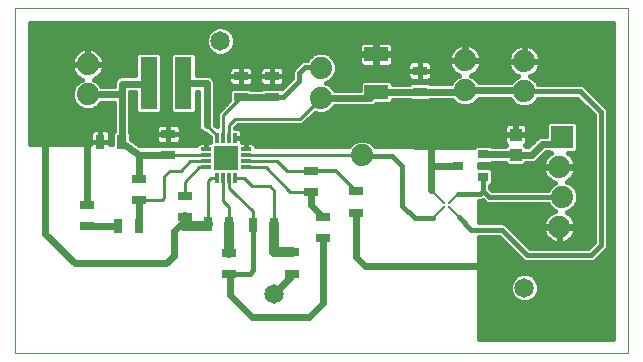
<source format=gtl>
G75*
%MOIN*%
%OFA0B0*%
%FSLAX25Y25*%
%IPPOS*%
%LPD*%
%AMOC8*
5,1,8,0,0,1.08239X$1,22.5*
%
%ADD10C,0.00000*%
%ADD11C,0.07400*%
%ADD12R,0.03150X0.04724*%
%ADD13R,0.04724X0.03150*%
%ADD14R,0.07874X0.04724*%
%ADD15R,0.03937X0.04331*%
%ADD16R,0.07400X0.07400*%
%ADD17C,0.00800*%
%ADD18R,0.05700X0.17500*%
%ADD19R,0.03200X0.01200*%
%ADD20R,0.01200X0.03200*%
%ADD21R,0.08000X0.08000*%
%ADD22R,0.03543X0.03150*%
%ADD23C,0.01600*%
%ADD24C,0.01000*%
%ADD25C,0.02400*%
%ADD26C,0.03200*%
%ADD27C,0.06496*%
%ADD28C,0.00800*%
%ADD29C,0.01200*%
D10*
X0026590Y0028762D02*
X0026590Y0143723D01*
X0230781Y0143813D01*
X0230781Y0028852D01*
X0026590Y0028762D01*
D11*
X0142120Y0094722D03*
X0128460Y0113902D03*
X0128460Y0123902D03*
X0176500Y0126432D03*
X0176500Y0116432D03*
X0196190Y0116172D03*
X0196190Y0126172D03*
X0207930Y0090912D03*
X0208930Y0080912D03*
X0207930Y0070912D03*
X0050720Y0115132D03*
X0050720Y0125132D03*
D12*
X0054894Y0099255D03*
X0061981Y0099255D03*
X0060737Y0071152D03*
X0067823Y0071152D03*
X0090787Y0071912D03*
X0097873Y0071912D03*
X0105887Y0071712D03*
X0112973Y0071712D03*
D13*
X0118870Y0062395D03*
X0129240Y0067199D03*
X0129240Y0074285D03*
X0140180Y0075669D03*
X0140180Y0082755D03*
X0125310Y0082429D03*
X0125310Y0089515D03*
X0112130Y0114169D03*
X0101800Y0114069D03*
X0101800Y0121155D03*
X0112130Y0121255D03*
X0077587Y0101912D03*
X0077587Y0094825D03*
X0067900Y0087035D03*
X0067900Y0079949D03*
X0083050Y0081305D03*
X0083050Y0074219D03*
X0097980Y0062205D03*
X0097980Y0055119D03*
X0118870Y0055309D03*
X0050600Y0071099D03*
X0050600Y0078185D03*
X0161370Y0115949D03*
X0161370Y0123035D03*
D14*
X0146890Y0128511D03*
X0146890Y0115913D03*
D15*
X0193340Y0101668D03*
X0193340Y0094975D03*
D16*
X0208930Y0100912D03*
D17*
X0171170Y0079022D03*
X0169570Y0079022D03*
X0169570Y0077422D03*
X0171170Y0077422D03*
D18*
X0082633Y0118762D03*
X0071017Y0118762D03*
D19*
X0090100Y0096762D03*
X0090100Y0094762D03*
X0090100Y0092762D03*
X0090100Y0090762D03*
X0103500Y0090762D03*
X0103500Y0092762D03*
X0103500Y0094762D03*
X0103500Y0096762D03*
D20*
X0099800Y0100462D03*
X0097800Y0100462D03*
X0095800Y0100462D03*
X0093800Y0100462D03*
X0093800Y0087062D03*
X0095800Y0087062D03*
X0097800Y0087062D03*
X0099800Y0087062D03*
D21*
X0096800Y0093762D03*
D22*
X0174269Y0091332D03*
X0182537Y0095072D03*
X0182537Y0087592D03*
D23*
X0182520Y0087575D01*
X0182520Y0083022D01*
X0184630Y0080912D01*
X0208930Y0080912D01*
X0204187Y0078512D02*
X0204437Y0077910D01*
X0205928Y0076419D01*
X0206434Y0076209D01*
X0205819Y0076009D01*
X0205047Y0075616D01*
X0204347Y0075107D01*
X0203735Y0074495D01*
X0203226Y0073795D01*
X0202833Y0073023D01*
X0202565Y0072200D01*
X0202430Y0071345D01*
X0202430Y0071112D01*
X0207730Y0071112D01*
X0207730Y0070712D01*
X0202430Y0070712D01*
X0202430Y0070479D01*
X0202565Y0069624D01*
X0202833Y0068801D01*
X0203226Y0068029D01*
X0203735Y0067329D01*
X0204347Y0066717D01*
X0205047Y0066208D01*
X0205819Y0065815D01*
X0206642Y0065547D01*
X0207497Y0065412D01*
X0207730Y0065412D01*
X0207730Y0070712D01*
X0208130Y0070712D01*
X0208130Y0071112D01*
X0213430Y0071112D01*
X0213430Y0071345D01*
X0213295Y0072200D01*
X0213027Y0073023D01*
X0212634Y0073795D01*
X0212125Y0074495D01*
X0211513Y0075107D01*
X0210813Y0075616D01*
X0210445Y0075803D01*
X0211932Y0076419D01*
X0213423Y0077910D01*
X0214230Y0079858D01*
X0214230Y0081966D01*
X0213423Y0083914D01*
X0211932Y0085405D01*
X0210445Y0086021D01*
X0210813Y0086208D01*
X0211513Y0086717D01*
X0212125Y0087329D01*
X0212634Y0088029D01*
X0213027Y0088801D01*
X0213295Y0089624D01*
X0213430Y0090479D01*
X0213430Y0090712D01*
X0208130Y0090712D01*
X0208130Y0091112D01*
X0213430Y0091112D01*
X0213430Y0091345D01*
X0213295Y0092200D01*
X0213027Y0093023D01*
X0212634Y0093795D01*
X0212125Y0094495D01*
X0211513Y0095107D01*
X0210818Y0095612D01*
X0213293Y0095612D01*
X0214230Y0096549D01*
X0214230Y0105275D01*
X0213293Y0106212D01*
X0204567Y0106212D01*
X0203630Y0105275D01*
X0203630Y0101322D01*
X0201703Y0101322D01*
X0200674Y0100896D01*
X0199886Y0100108D01*
X0197554Y0097775D01*
X0196909Y0097775D01*
X0196909Y0097804D01*
X0196532Y0098181D01*
X0196749Y0098398D01*
X0196986Y0098808D01*
X0197109Y0099266D01*
X0197109Y0101484D01*
X0193524Y0101484D01*
X0193524Y0101853D01*
X0193156Y0101853D01*
X0193156Y0105634D01*
X0191135Y0105634D01*
X0190677Y0105511D01*
X0190266Y0105274D01*
X0189931Y0104939D01*
X0189694Y0104529D01*
X0189572Y0104071D01*
X0189572Y0101853D01*
X0193156Y0101853D01*
X0193156Y0101484D01*
X0189572Y0101484D01*
X0189572Y0099266D01*
X0189694Y0098808D01*
X0189931Y0098398D01*
X0190148Y0098181D01*
X0189840Y0097872D01*
X0185346Y0097872D01*
X0184971Y0098247D01*
X0180103Y0098247D01*
X0179333Y0097478D01*
X0146608Y0097729D01*
X0145122Y0099215D01*
X0143174Y0100022D01*
X0141066Y0100022D01*
X0139118Y0099215D01*
X0137700Y0097797D01*
X0106783Y0098035D01*
X0106777Y0098057D01*
X0106540Y0098467D01*
X0106205Y0098802D01*
X0105795Y0099039D01*
X0105337Y0099162D01*
X0103500Y0099162D01*
X0102200Y0099162D01*
X0102200Y0100462D01*
X0102200Y0102299D01*
X0102077Y0102757D01*
X0101840Y0103167D01*
X0101505Y0103502D01*
X0101095Y0103739D01*
X0100637Y0103862D01*
X0099900Y0103862D01*
X0099900Y0103912D01*
X0100740Y0104752D01*
X0122280Y0104752D01*
X0126504Y0108976D01*
X0127406Y0108602D01*
X0129514Y0108602D01*
X0131462Y0109409D01*
X0132953Y0110900D01*
X0133037Y0111102D01*
X0145436Y0111102D01*
X0146465Y0111528D01*
X0146888Y0111951D01*
X0151490Y0111951D01*
X0152427Y0112888D01*
X0152427Y0113113D01*
X0158006Y0113113D01*
X0158345Y0112774D01*
X0164395Y0112774D01*
X0164770Y0113149D01*
X0172288Y0113149D01*
X0173498Y0111939D01*
X0175446Y0111132D01*
X0177554Y0111132D01*
X0179502Y0111939D01*
X0180993Y0113430D01*
X0181077Y0113632D01*
X0191505Y0113632D01*
X0191697Y0113170D01*
X0193188Y0111679D01*
X0195136Y0110872D01*
X0197244Y0110872D01*
X0199192Y0111679D01*
X0200683Y0113170D01*
X0200895Y0113682D01*
X0213876Y0113682D01*
X0219460Y0108098D01*
X0219460Y0065816D01*
X0217606Y0063962D01*
X0198164Y0063962D01*
X0190079Y0072047D01*
X0189197Y0072412D01*
X0181288Y0072412D01*
X0181288Y0079622D01*
X0181997Y0079622D01*
X0182371Y0079777D01*
X0183271Y0078877D01*
X0184153Y0078512D01*
X0204187Y0078512D01*
X0204215Y0078446D02*
X0181288Y0078446D01*
X0181288Y0076847D02*
X0205499Y0076847D01*
X0204542Y0075249D02*
X0181288Y0075249D01*
X0181288Y0073650D02*
X0203152Y0073650D01*
X0202542Y0072052D02*
X0190067Y0072052D01*
X0191673Y0070453D02*
X0202434Y0070453D01*
X0202815Y0068855D02*
X0193271Y0068855D01*
X0194870Y0067256D02*
X0203808Y0067256D01*
X0206302Y0065658D02*
X0196468Y0065658D01*
X0198067Y0064059D02*
X0217703Y0064059D01*
X0219302Y0065658D02*
X0209558Y0065658D01*
X0209218Y0065547D02*
X0210041Y0065815D01*
X0210813Y0066208D01*
X0211513Y0066717D01*
X0212125Y0067329D01*
X0212634Y0068029D01*
X0213027Y0068801D01*
X0213295Y0069624D01*
X0213430Y0070479D01*
X0213430Y0070712D01*
X0208130Y0070712D01*
X0208130Y0065412D01*
X0208363Y0065412D01*
X0209218Y0065547D01*
X0208130Y0065658D02*
X0207730Y0065658D01*
X0207730Y0067256D02*
X0208130Y0067256D01*
X0208130Y0068855D02*
X0207730Y0068855D01*
X0207730Y0070453D02*
X0208130Y0070453D01*
X0212052Y0067256D02*
X0219460Y0067256D01*
X0219460Y0068855D02*
X0213045Y0068855D01*
X0213426Y0070453D02*
X0219460Y0070453D01*
X0219460Y0072052D02*
X0213318Y0072052D01*
X0212708Y0073650D02*
X0219460Y0073650D01*
X0219460Y0075249D02*
X0211318Y0075249D01*
X0212361Y0076847D02*
X0219460Y0076847D01*
X0219460Y0078446D02*
X0213645Y0078446D01*
X0214230Y0080044D02*
X0219460Y0080044D01*
X0219460Y0081643D02*
X0214230Y0081643D01*
X0213702Y0083241D02*
X0219460Y0083241D01*
X0219460Y0084840D02*
X0212497Y0084840D01*
X0211130Y0086438D02*
X0219460Y0086438D01*
X0219460Y0088037D02*
X0212638Y0088037D01*
X0213296Y0089635D02*
X0219460Y0089635D01*
X0219460Y0091234D02*
X0213430Y0091234D01*
X0213089Y0092832D02*
X0219460Y0092832D01*
X0219460Y0094431D02*
X0212172Y0094431D01*
X0213710Y0096029D02*
X0219460Y0096029D01*
X0219460Y0097628D02*
X0214230Y0097628D01*
X0214230Y0099226D02*
X0219460Y0099226D01*
X0219460Y0100825D02*
X0214230Y0100825D01*
X0214230Y0102423D02*
X0219460Y0102423D01*
X0219460Y0104022D02*
X0214230Y0104022D01*
X0213884Y0105621D02*
X0219460Y0105621D01*
X0219460Y0107219D02*
X0124747Y0107219D01*
X0126345Y0108818D02*
X0126885Y0108818D01*
X0130035Y0108818D02*
X0218740Y0108818D01*
X0217142Y0110416D02*
X0132469Y0110416D01*
X0133037Y0116702D02*
X0132953Y0116904D01*
X0131462Y0118395D01*
X0130238Y0118902D01*
X0131462Y0119409D01*
X0132953Y0120900D01*
X0133760Y0122848D01*
X0133760Y0124956D01*
X0132953Y0126904D01*
X0131462Y0128395D01*
X0129514Y0129202D01*
X0127406Y0129202D01*
X0125458Y0128395D01*
X0123967Y0126904D01*
X0123838Y0126592D01*
X0122773Y0126592D01*
X0121891Y0126227D01*
X0121215Y0125551D01*
X0119215Y0123551D01*
X0118850Y0122669D01*
X0118850Y0120566D01*
X0115391Y0117107D01*
X0115155Y0117343D01*
X0109105Y0117343D01*
X0108630Y0116869D01*
X0105200Y0116869D01*
X0104825Y0117243D01*
X0098775Y0117243D01*
X0097838Y0116306D01*
X0097838Y0113076D01*
X0093700Y0108938D01*
X0093700Y0104392D01*
X0093130Y0104962D01*
X0093130Y0116911D01*
X0093140Y0116935D01*
X0093140Y0119319D01*
X0092714Y0120348D01*
X0091926Y0121136D01*
X0090897Y0121562D01*
X0087083Y0121562D01*
X0087083Y0128175D01*
X0086146Y0129112D01*
X0079121Y0129112D01*
X0078183Y0128175D01*
X0078183Y0109349D01*
X0079121Y0108412D01*
X0086146Y0108412D01*
X0087083Y0109349D01*
X0087083Y0115962D01*
X0087530Y0115962D01*
X0087530Y0104235D01*
X0087956Y0103206D01*
X0088744Y0102418D01*
X0089773Y0101992D01*
X0090160Y0101992D01*
X0091600Y0100552D01*
X0091600Y0099162D01*
X0090100Y0099162D01*
X0088263Y0099162D01*
X0087805Y0099039D01*
X0087395Y0098802D01*
X0087060Y0098467D01*
X0086898Y0098187D01*
X0067828Y0098334D01*
X0065155Y0100361D01*
X0065155Y0102279D01*
X0064960Y0102475D01*
X0064960Y0115872D01*
X0066567Y0115872D01*
X0066567Y0109349D01*
X0067504Y0108412D01*
X0074529Y0108412D01*
X0075467Y0109349D01*
X0075467Y0128175D01*
X0074529Y0129112D01*
X0067504Y0129112D01*
X0066567Y0128175D01*
X0066567Y0121472D01*
X0061603Y0121472D01*
X0060574Y0121046D01*
X0059786Y0120258D01*
X0059360Y0119229D01*
X0059360Y0117932D01*
X0055297Y0117932D01*
X0055213Y0118134D01*
X0053722Y0119625D01*
X0052776Y0120017D01*
X0052831Y0120035D01*
X0053603Y0120428D01*
X0054303Y0120937D01*
X0054915Y0121549D01*
X0055424Y0122249D01*
X0055817Y0123021D01*
X0056085Y0123844D01*
X0056220Y0124699D01*
X0056220Y0124932D01*
X0050920Y0124932D01*
X0050920Y0125332D01*
X0050520Y0125332D01*
X0050520Y0130632D01*
X0050287Y0130632D01*
X0049432Y0130497D01*
X0048609Y0130229D01*
X0047837Y0129836D01*
X0047137Y0129327D01*
X0046525Y0128715D01*
X0046016Y0128015D01*
X0045623Y0127243D01*
X0045355Y0126420D01*
X0045220Y0125565D01*
X0045220Y0125332D01*
X0050520Y0125332D01*
X0050520Y0124932D01*
X0045220Y0124932D01*
X0045220Y0124699D01*
X0045355Y0123844D01*
X0045623Y0123021D01*
X0046016Y0122249D01*
X0046525Y0121549D01*
X0047137Y0120937D01*
X0047837Y0120428D01*
X0048609Y0120035D01*
X0048664Y0120017D01*
X0047718Y0119625D01*
X0046227Y0118134D01*
X0045420Y0116186D01*
X0045420Y0114078D01*
X0046227Y0112130D01*
X0047718Y0110639D01*
X0049666Y0109832D01*
X0051774Y0109832D01*
X0053722Y0110639D01*
X0055213Y0112130D01*
X0055297Y0112332D01*
X0059360Y0112332D01*
X0059360Y0102834D01*
X0058806Y0102279D01*
X0058806Y0098403D01*
X0058269Y0098407D01*
X0058269Y0099254D01*
X0054894Y0099254D01*
X0051519Y0099254D01*
X0051519Y0098459D01*
X0031390Y0098614D01*
X0031390Y0138925D01*
X0225981Y0139010D01*
X0225981Y0033650D01*
X0181288Y0033630D01*
X0181288Y0067612D01*
X0187726Y0067612D01*
X0195135Y0060202D01*
X0195811Y0059527D01*
X0196693Y0059162D01*
X0219077Y0059162D01*
X0219959Y0059527D01*
X0223219Y0062787D01*
X0223895Y0063462D01*
X0224260Y0064345D01*
X0224260Y0109569D01*
X0223895Y0110451D01*
X0216905Y0117441D01*
X0216229Y0118117D01*
X0215347Y0118482D01*
X0200970Y0118482D01*
X0200683Y0119174D01*
X0199192Y0120665D01*
X0198246Y0121057D01*
X0198301Y0121075D01*
X0199073Y0121468D01*
X0199773Y0121977D01*
X0200385Y0122589D01*
X0200894Y0123289D01*
X0201287Y0124061D01*
X0201555Y0124884D01*
X0201690Y0125739D01*
X0201690Y0125972D01*
X0196390Y0125972D01*
X0196390Y0126372D01*
X0195990Y0126372D01*
X0195990Y0131672D01*
X0195757Y0131672D01*
X0194902Y0131537D01*
X0194079Y0131269D01*
X0193307Y0130876D01*
X0192607Y0130367D01*
X0191995Y0129755D01*
X0191486Y0129055D01*
X0191093Y0128283D01*
X0190825Y0127460D01*
X0190690Y0126605D01*
X0190690Y0126372D01*
X0195990Y0126372D01*
X0195990Y0125972D01*
X0190690Y0125972D01*
X0190690Y0125739D01*
X0190825Y0124884D01*
X0191093Y0124061D01*
X0191486Y0123289D01*
X0191995Y0122589D01*
X0192607Y0121977D01*
X0193307Y0121468D01*
X0194079Y0121075D01*
X0194134Y0121057D01*
X0193188Y0120665D01*
X0191755Y0119232D01*
X0181077Y0119232D01*
X0180993Y0119434D01*
X0179502Y0120925D01*
X0178556Y0121317D01*
X0178611Y0121335D01*
X0179383Y0121728D01*
X0180083Y0122237D01*
X0180695Y0122849D01*
X0181204Y0123549D01*
X0181597Y0124321D01*
X0181865Y0125144D01*
X0182000Y0125999D01*
X0182000Y0126232D01*
X0176700Y0126232D01*
X0176700Y0126632D01*
X0176300Y0126632D01*
X0176300Y0131932D01*
X0176067Y0131932D01*
X0175212Y0131797D01*
X0174389Y0131529D01*
X0173617Y0131136D01*
X0172917Y0130627D01*
X0172305Y0130015D01*
X0171796Y0129315D01*
X0171403Y0128543D01*
X0171135Y0127720D01*
X0171000Y0126865D01*
X0171000Y0126632D01*
X0176300Y0126632D01*
X0176300Y0126232D01*
X0171000Y0126232D01*
X0171000Y0125999D01*
X0171135Y0125144D01*
X0171403Y0124321D01*
X0171796Y0123549D01*
X0172305Y0122849D01*
X0172917Y0122237D01*
X0173617Y0121728D01*
X0174389Y0121335D01*
X0174444Y0121317D01*
X0173498Y0120925D01*
X0172007Y0119434D01*
X0171723Y0118749D01*
X0164770Y0118749D01*
X0164395Y0119123D01*
X0158345Y0119123D01*
X0157934Y0118713D01*
X0152427Y0118713D01*
X0152427Y0118938D01*
X0151490Y0119875D01*
X0142290Y0119875D01*
X0141353Y0118938D01*
X0141353Y0116702D01*
X0133037Y0116702D01*
X0132992Y0116810D02*
X0141353Y0116810D01*
X0141353Y0118409D02*
X0131429Y0118409D01*
X0132061Y0120007D02*
X0157925Y0120007D01*
X0157903Y0120020D02*
X0158313Y0119783D01*
X0158771Y0119660D01*
X0161370Y0119660D01*
X0161370Y0123035D01*
X0161370Y0119660D01*
X0163969Y0119660D01*
X0164427Y0119783D01*
X0164837Y0120020D01*
X0165173Y0120355D01*
X0165410Y0120766D01*
X0165532Y0121223D01*
X0165532Y0123035D01*
X0161370Y0123035D01*
X0161370Y0123035D01*
X0157208Y0123035D01*
X0157208Y0121223D01*
X0157330Y0120766D01*
X0157567Y0120355D01*
X0157903Y0120020D01*
X0157208Y0121606D02*
X0133245Y0121606D01*
X0133760Y0123204D02*
X0157208Y0123204D01*
X0157208Y0123035D02*
X0161370Y0123035D01*
X0161370Y0123035D01*
X0161370Y0123035D01*
X0165532Y0123035D01*
X0165532Y0124847D01*
X0165410Y0125305D01*
X0165173Y0125715D01*
X0164837Y0126050D01*
X0164427Y0126287D01*
X0163969Y0126410D01*
X0161370Y0126410D01*
X0161370Y0123035D01*
X0161370Y0126410D01*
X0158771Y0126410D01*
X0158313Y0126287D01*
X0157903Y0126050D01*
X0157567Y0125715D01*
X0157330Y0125305D01*
X0157208Y0124847D01*
X0157208Y0123035D01*
X0157208Y0124803D02*
X0152026Y0124803D01*
X0151932Y0124709D02*
X0152267Y0125044D01*
X0152504Y0125454D01*
X0152627Y0125912D01*
X0152627Y0128130D01*
X0147271Y0128130D01*
X0147271Y0124349D01*
X0151064Y0124349D01*
X0151522Y0124472D01*
X0151932Y0124709D01*
X0152627Y0126401D02*
X0158738Y0126401D01*
X0161370Y0126401D02*
X0161370Y0126401D01*
X0161370Y0124803D02*
X0161370Y0124803D01*
X0161370Y0123204D02*
X0161370Y0123204D01*
X0161370Y0123035D02*
X0161370Y0123035D01*
X0161370Y0121606D02*
X0161370Y0121606D01*
X0161370Y0120007D02*
X0161370Y0120007D01*
X0164815Y0120007D02*
X0172580Y0120007D01*
X0173857Y0121606D02*
X0165532Y0121606D01*
X0165532Y0123204D02*
X0172047Y0123204D01*
X0171246Y0124803D02*
X0165532Y0124803D01*
X0164002Y0126401D02*
X0176300Y0126401D01*
X0176700Y0126401D02*
X0190690Y0126401D01*
X0190852Y0124803D02*
X0181754Y0124803D01*
X0180953Y0123204D02*
X0191548Y0123204D01*
X0193118Y0121606D02*
X0179143Y0121606D01*
X0180420Y0120007D02*
X0192530Y0120007D01*
X0196190Y0116172D02*
X0196280Y0116082D01*
X0214870Y0116082D01*
X0221860Y0109092D01*
X0221860Y0064822D01*
X0218600Y0061562D01*
X0197170Y0061562D01*
X0188720Y0070012D01*
X0178640Y0070012D01*
X0174400Y0074252D01*
X0174340Y0074252D01*
X0165910Y0073732D02*
X0159660Y0073732D01*
X0155610Y0077782D01*
X0155610Y0091272D01*
X0152290Y0094592D01*
X0142250Y0094592D01*
X0142120Y0094722D01*
X0145095Y0099226D02*
X0189582Y0099226D01*
X0189572Y0100825D02*
X0102200Y0100825D01*
X0102200Y0100462D02*
X0100000Y0100462D01*
X0100000Y0100462D01*
X0102200Y0100462D01*
X0102200Y0099226D02*
X0139145Y0099226D01*
X0123148Y0105621D02*
X0191085Y0105621D01*
X0193156Y0105621D02*
X0193524Y0105621D01*
X0193524Y0105634D02*
X0193524Y0101853D01*
X0197109Y0101853D01*
X0197109Y0104071D01*
X0196986Y0104529D01*
X0196749Y0104939D01*
X0196414Y0105274D01*
X0196003Y0105511D01*
X0195545Y0105634D01*
X0193524Y0105634D01*
X0193524Y0104022D02*
X0193156Y0104022D01*
X0193156Y0102423D02*
X0193524Y0102423D01*
X0197109Y0102423D02*
X0203630Y0102423D01*
X0203630Y0104022D02*
X0197109Y0104022D01*
X0195595Y0105621D02*
X0203976Y0105621D01*
X0200603Y0100825D02*
X0197109Y0100825D01*
X0197098Y0099226D02*
X0199005Y0099226D01*
X0203420Y0095722D02*
X0204457Y0095722D01*
X0204567Y0095612D01*
X0205042Y0095612D01*
X0204347Y0095107D01*
X0203735Y0094495D01*
X0203226Y0093795D01*
X0202833Y0093023D01*
X0202565Y0092200D01*
X0202430Y0091345D01*
X0202430Y0091112D01*
X0207730Y0091112D01*
X0207730Y0090712D01*
X0202430Y0090712D01*
X0202430Y0090479D01*
X0202565Y0089624D01*
X0202833Y0088801D01*
X0203226Y0088029D01*
X0203735Y0087329D01*
X0204347Y0086717D01*
X0205047Y0086208D01*
X0205819Y0085815D01*
X0206434Y0085615D01*
X0205928Y0085405D01*
X0204437Y0083914D01*
X0204187Y0083312D01*
X0185624Y0083312D01*
X0184920Y0084016D01*
X0184920Y0084417D01*
X0184971Y0084417D01*
X0185909Y0085354D01*
X0185909Y0089829D01*
X0184971Y0090767D01*
X0181288Y0090767D01*
X0181288Y0091897D01*
X0184971Y0091897D01*
X0185346Y0092272D01*
X0189772Y0092272D01*
X0189772Y0092147D01*
X0190709Y0091210D01*
X0195971Y0091210D01*
X0196909Y0092147D01*
X0196909Y0092175D01*
X0199270Y0092175D01*
X0200300Y0092602D01*
X0203420Y0095722D01*
X0203688Y0094431D02*
X0202129Y0094431D01*
X0202771Y0092832D02*
X0200530Y0092832D01*
X0202430Y0091234D02*
X0195995Y0091234D01*
X0190685Y0091234D02*
X0181288Y0091234D01*
X0185909Y0089635D02*
X0202564Y0089635D01*
X0203222Y0088037D02*
X0185909Y0088037D01*
X0185909Y0086438D02*
X0204730Y0086438D01*
X0205363Y0084840D02*
X0185394Y0084840D01*
X0182520Y0083022D02*
X0181520Y0082022D01*
X0174180Y0082022D01*
X0181288Y0067256D02*
X0188082Y0067256D01*
X0189680Y0065658D02*
X0181288Y0065658D01*
X0181288Y0064059D02*
X0191279Y0064059D01*
X0192877Y0062461D02*
X0181288Y0062461D01*
X0181288Y0060862D02*
X0194476Y0060862D01*
X0195135Y0060202D02*
X0195135Y0060202D01*
X0196447Y0059264D02*
X0181288Y0059264D01*
X0181288Y0057665D02*
X0225981Y0057665D01*
X0225981Y0056067D02*
X0181288Y0056067D01*
X0181288Y0054468D02*
X0193290Y0054468D01*
X0193564Y0054742D02*
X0192200Y0053378D01*
X0191462Y0051596D01*
X0191462Y0049668D01*
X0192200Y0047886D01*
X0193564Y0046522D01*
X0195346Y0045784D01*
X0197274Y0045784D01*
X0199056Y0046522D01*
X0200420Y0047886D01*
X0201158Y0049668D01*
X0201158Y0051596D01*
X0200420Y0053378D01*
X0199056Y0054742D01*
X0197274Y0055480D01*
X0195346Y0055480D01*
X0193564Y0054742D01*
X0191989Y0052870D02*
X0181288Y0052870D01*
X0181288Y0051271D02*
X0191462Y0051271D01*
X0191462Y0049673D02*
X0181288Y0049673D01*
X0181288Y0048074D02*
X0192122Y0048074D01*
X0193676Y0046476D02*
X0181288Y0046476D01*
X0181288Y0044877D02*
X0225981Y0044877D01*
X0225981Y0043279D02*
X0181288Y0043279D01*
X0181288Y0041680D02*
X0225981Y0041680D01*
X0225981Y0040082D02*
X0181288Y0040082D01*
X0181288Y0038483D02*
X0225981Y0038483D01*
X0225981Y0036885D02*
X0181288Y0036885D01*
X0181288Y0035286D02*
X0225981Y0035286D01*
X0225981Y0033688D02*
X0181288Y0033688D01*
X0198944Y0046476D02*
X0225981Y0046476D01*
X0225981Y0048074D02*
X0200498Y0048074D01*
X0201158Y0049673D02*
X0225981Y0049673D01*
X0225981Y0051271D02*
X0201158Y0051271D01*
X0200631Y0052870D02*
X0225981Y0052870D01*
X0225981Y0054468D02*
X0199330Y0054468D01*
X0219323Y0059264D02*
X0225981Y0059264D01*
X0225981Y0060862D02*
X0221294Y0060862D01*
X0222893Y0062461D02*
X0225981Y0062461D01*
X0225981Y0064059D02*
X0224142Y0064059D01*
X0224260Y0065658D02*
X0225981Y0065658D01*
X0225981Y0067256D02*
X0224260Y0067256D01*
X0224260Y0068855D02*
X0225981Y0068855D01*
X0225981Y0070453D02*
X0224260Y0070453D01*
X0224260Y0072052D02*
X0225981Y0072052D01*
X0225981Y0073650D02*
X0224260Y0073650D01*
X0224260Y0075249D02*
X0225981Y0075249D01*
X0225981Y0076847D02*
X0224260Y0076847D01*
X0224260Y0078446D02*
X0225981Y0078446D01*
X0225981Y0080044D02*
X0224260Y0080044D01*
X0224260Y0081643D02*
X0225981Y0081643D01*
X0225981Y0083241D02*
X0224260Y0083241D01*
X0224260Y0084840D02*
X0225981Y0084840D01*
X0225981Y0086438D02*
X0224260Y0086438D01*
X0224260Y0088037D02*
X0225981Y0088037D01*
X0225981Y0089635D02*
X0224260Y0089635D01*
X0224260Y0091234D02*
X0225981Y0091234D01*
X0225981Y0092832D02*
X0224260Y0092832D01*
X0224260Y0094431D02*
X0225981Y0094431D01*
X0225981Y0096029D02*
X0224260Y0096029D01*
X0224260Y0097628D02*
X0225981Y0097628D01*
X0225981Y0099226D02*
X0224260Y0099226D01*
X0224260Y0100825D02*
X0225981Y0100825D01*
X0225981Y0102423D02*
X0224260Y0102423D01*
X0224260Y0104022D02*
X0225981Y0104022D01*
X0225981Y0105621D02*
X0224260Y0105621D01*
X0224260Y0107219D02*
X0225981Y0107219D01*
X0225981Y0108818D02*
X0224260Y0108818D01*
X0223909Y0110416D02*
X0225981Y0110416D01*
X0225981Y0112015D02*
X0222331Y0112015D01*
X0220733Y0113613D02*
X0225981Y0113613D01*
X0225981Y0115212D02*
X0219134Y0115212D01*
X0217536Y0116810D02*
X0225981Y0116810D01*
X0225981Y0118409D02*
X0215524Y0118409D01*
X0213945Y0113613D02*
X0200867Y0113613D01*
X0199528Y0112015D02*
X0215543Y0112015D01*
X0225981Y0120007D02*
X0199850Y0120007D01*
X0199262Y0121606D02*
X0225981Y0121606D01*
X0225981Y0123204D02*
X0200832Y0123204D01*
X0201528Y0124803D02*
X0225981Y0124803D01*
X0225981Y0126401D02*
X0201690Y0126401D01*
X0201690Y0126372D02*
X0201690Y0126605D01*
X0201555Y0127460D01*
X0201287Y0128283D01*
X0200894Y0129055D01*
X0200385Y0129755D01*
X0199773Y0130367D01*
X0199073Y0130876D01*
X0198301Y0131269D01*
X0197478Y0131537D01*
X0196623Y0131672D01*
X0196390Y0131672D01*
X0196390Y0126372D01*
X0201690Y0126372D01*
X0201379Y0128000D02*
X0225981Y0128000D01*
X0225981Y0129598D02*
X0200499Y0129598D01*
X0198443Y0131197D02*
X0225981Y0131197D01*
X0225981Y0132795D02*
X0099768Y0132795D01*
X0099768Y0131928D02*
X0099768Y0133856D01*
X0099030Y0135638D01*
X0097666Y0137002D01*
X0095884Y0137740D01*
X0093956Y0137740D01*
X0092174Y0137002D01*
X0090810Y0135638D01*
X0090072Y0133856D01*
X0090072Y0131928D01*
X0090810Y0130146D01*
X0092174Y0128782D01*
X0093956Y0128044D01*
X0095884Y0128044D01*
X0097666Y0128782D01*
X0099030Y0130146D01*
X0099768Y0131928D01*
X0099465Y0131197D02*
X0141176Y0131197D01*
X0141153Y0131110D02*
X0141153Y0128892D01*
X0146509Y0128892D01*
X0146509Y0128130D01*
X0147271Y0128130D01*
X0147271Y0128892D01*
X0152627Y0128892D01*
X0152627Y0131110D01*
X0152504Y0131568D01*
X0152267Y0131979D01*
X0151932Y0132314D01*
X0151522Y0132551D01*
X0151064Y0132673D01*
X0147271Y0132673D01*
X0147271Y0128892D01*
X0146509Y0128892D01*
X0146509Y0132673D01*
X0142716Y0132673D01*
X0142258Y0132551D01*
X0141848Y0132314D01*
X0141513Y0131979D01*
X0141276Y0131568D01*
X0141153Y0131110D01*
X0141153Y0129598D02*
X0098482Y0129598D01*
X0091358Y0129598D02*
X0053930Y0129598D01*
X0053603Y0129836D02*
X0054303Y0129327D01*
X0054915Y0128715D01*
X0055424Y0128015D01*
X0055817Y0127243D01*
X0056085Y0126420D01*
X0056220Y0125565D01*
X0056220Y0125332D01*
X0050920Y0125332D01*
X0050920Y0130632D01*
X0051153Y0130632D01*
X0052008Y0130497D01*
X0052831Y0130229D01*
X0053603Y0129836D01*
X0055432Y0128000D02*
X0066567Y0128000D01*
X0066567Y0126401D02*
X0056088Y0126401D01*
X0056220Y0124803D02*
X0066567Y0124803D01*
X0066567Y0123204D02*
X0055877Y0123204D01*
X0054956Y0121606D02*
X0066567Y0121606D01*
X0059682Y0120007D02*
X0052800Y0120007D01*
X0054939Y0118409D02*
X0059360Y0118409D01*
X0064960Y0115212D02*
X0066567Y0115212D01*
X0066567Y0113613D02*
X0064960Y0113613D01*
X0064960Y0112015D02*
X0066567Y0112015D01*
X0066567Y0110416D02*
X0064960Y0110416D01*
X0064960Y0108818D02*
X0067098Y0108818D01*
X0064960Y0107219D02*
X0087530Y0107219D01*
X0087530Y0105621D02*
X0064960Y0105621D01*
X0064960Y0104022D02*
X0073505Y0104022D01*
X0073548Y0104181D02*
X0073425Y0103723D01*
X0073425Y0101912D01*
X0077587Y0101912D01*
X0077587Y0105286D01*
X0074988Y0105286D01*
X0074530Y0105164D01*
X0074120Y0104927D01*
X0073785Y0104592D01*
X0073548Y0104181D01*
X0073425Y0102423D02*
X0065011Y0102423D01*
X0065155Y0100825D02*
X0073425Y0100825D01*
X0073425Y0100100D02*
X0073548Y0099642D01*
X0073785Y0099232D01*
X0074120Y0098896D01*
X0074530Y0098659D01*
X0074988Y0098537D01*
X0077587Y0098537D01*
X0077587Y0101911D01*
X0077587Y0101911D01*
X0073425Y0101911D01*
X0073425Y0100100D01*
X0073790Y0099226D02*
X0066651Y0099226D01*
X0058806Y0099226D02*
X0058269Y0099226D01*
X0058269Y0099255D02*
X0058269Y0101854D01*
X0058146Y0102312D01*
X0057909Y0102722D01*
X0057574Y0103057D01*
X0057164Y0103294D01*
X0056706Y0103417D01*
X0054894Y0103417D01*
X0053082Y0103417D01*
X0052624Y0103294D01*
X0052214Y0103057D01*
X0051879Y0102722D01*
X0051642Y0102312D01*
X0051519Y0101854D01*
X0051519Y0099255D01*
X0054894Y0099255D01*
X0054894Y0103417D01*
X0054894Y0099255D01*
X0054894Y0099255D01*
X0054894Y0099254D01*
X0054894Y0099255D01*
X0058269Y0099255D01*
X0058269Y0100825D02*
X0058806Y0100825D01*
X0054894Y0100825D02*
X0054894Y0100825D01*
X0051519Y0100825D02*
X0031390Y0100825D01*
X0031390Y0099226D02*
X0051519Y0099226D01*
X0051707Y0102423D02*
X0031390Y0102423D01*
X0031390Y0104022D02*
X0059360Y0104022D01*
X0059360Y0105621D02*
X0031390Y0105621D01*
X0031390Y0107219D02*
X0059360Y0107219D01*
X0059360Y0108818D02*
X0031390Y0108818D01*
X0031390Y0110416D02*
X0048256Y0110416D01*
X0046342Y0112015D02*
X0031390Y0112015D01*
X0031390Y0113613D02*
X0045612Y0113613D01*
X0045420Y0115212D02*
X0031390Y0115212D01*
X0031390Y0116810D02*
X0045678Y0116810D01*
X0046501Y0118409D02*
X0031390Y0118409D01*
X0031390Y0120007D02*
X0048640Y0120007D01*
X0046484Y0121606D02*
X0031390Y0121606D01*
X0031390Y0123204D02*
X0045563Y0123204D01*
X0045220Y0124803D02*
X0031390Y0124803D01*
X0031390Y0126401D02*
X0045352Y0126401D01*
X0046008Y0128000D02*
X0031390Y0128000D01*
X0031390Y0129598D02*
X0047510Y0129598D01*
X0050520Y0129598D02*
X0050920Y0129598D01*
X0050920Y0128000D02*
X0050520Y0128000D01*
X0050520Y0126401D02*
X0050920Y0126401D01*
X0031390Y0131197D02*
X0090375Y0131197D01*
X0090072Y0132795D02*
X0031390Y0132795D01*
X0031390Y0134394D02*
X0090295Y0134394D01*
X0091164Y0135992D02*
X0031390Y0135992D01*
X0031390Y0137591D02*
X0093595Y0137591D01*
X0096245Y0137591D02*
X0225981Y0137591D01*
X0225981Y0135992D02*
X0098676Y0135992D01*
X0099545Y0134394D02*
X0225981Y0134394D01*
X0196390Y0131197D02*
X0195990Y0131197D01*
X0195990Y0129598D02*
X0196390Y0129598D01*
X0196390Y0128000D02*
X0195990Y0128000D01*
X0191881Y0129598D02*
X0180998Y0129598D01*
X0181204Y0129315D02*
X0180695Y0130015D01*
X0180083Y0130627D01*
X0179383Y0131136D01*
X0178611Y0131529D01*
X0177788Y0131797D01*
X0176933Y0131932D01*
X0176700Y0131932D01*
X0176700Y0126632D01*
X0182000Y0126632D01*
X0182000Y0126865D01*
X0181865Y0127720D01*
X0181597Y0128543D01*
X0181204Y0129315D01*
X0181774Y0128000D02*
X0191001Y0128000D01*
X0193937Y0131197D02*
X0179263Y0131197D01*
X0176700Y0131197D02*
X0176300Y0131197D01*
X0176300Y0129598D02*
X0176700Y0129598D01*
X0176700Y0128000D02*
X0176300Y0128000D01*
X0172002Y0129598D02*
X0152627Y0129598D01*
X0152627Y0128000D02*
X0171226Y0128000D01*
X0173737Y0131197D02*
X0152604Y0131197D01*
X0147271Y0131197D02*
X0146509Y0131197D01*
X0146509Y0129598D02*
X0147271Y0129598D01*
X0147271Y0128000D02*
X0146509Y0128000D01*
X0146509Y0128130D02*
X0146509Y0124349D01*
X0142716Y0124349D01*
X0142258Y0124472D01*
X0141848Y0124709D01*
X0141513Y0125044D01*
X0141276Y0125454D01*
X0141153Y0125912D01*
X0141153Y0128130D01*
X0146509Y0128130D01*
X0146509Y0126401D02*
X0147271Y0126401D01*
X0147271Y0124803D02*
X0146509Y0124803D01*
X0141754Y0124803D02*
X0133760Y0124803D01*
X0133161Y0126401D02*
X0141153Y0126401D01*
X0141153Y0128000D02*
X0131858Y0128000D01*
X0128170Y0124192D02*
X0128460Y0123902D01*
X0128170Y0124192D02*
X0123250Y0124192D01*
X0121250Y0122192D01*
X0121250Y0119572D01*
X0115847Y0114169D01*
X0112130Y0114169D01*
X0112130Y0117880D02*
X0109531Y0117880D01*
X0109073Y0118003D01*
X0108663Y0118240D01*
X0108327Y0118575D01*
X0108090Y0118986D01*
X0107968Y0119443D01*
X0107968Y0121255D01*
X0112130Y0121255D01*
X0112130Y0117880D01*
X0112130Y0121255D01*
X0112130Y0121255D01*
X0112130Y0121255D01*
X0112130Y0121255D01*
X0116292Y0121255D01*
X0116292Y0119443D01*
X0116170Y0118986D01*
X0115933Y0118575D01*
X0115597Y0118240D01*
X0115187Y0118003D01*
X0114729Y0117880D01*
X0112130Y0117880D01*
X0112130Y0118409D02*
X0112130Y0118409D01*
X0112130Y0120007D02*
X0112130Y0120007D01*
X0112130Y0121255D02*
X0107968Y0121255D01*
X0107968Y0123067D01*
X0108090Y0123525D01*
X0108327Y0123935D01*
X0108663Y0124270D01*
X0109073Y0124507D01*
X0109531Y0124630D01*
X0112130Y0124630D01*
X0112130Y0121255D01*
X0116292Y0121255D01*
X0116292Y0123067D01*
X0116170Y0123525D01*
X0115933Y0123935D01*
X0115597Y0124270D01*
X0115187Y0124507D01*
X0114729Y0124630D01*
X0112130Y0124630D01*
X0112130Y0121255D01*
X0112130Y0121255D01*
X0112130Y0121606D02*
X0112130Y0121606D01*
X0112130Y0123204D02*
X0112130Y0123204D01*
X0108005Y0123204D02*
X0105899Y0123204D01*
X0105840Y0123425D02*
X0105603Y0123835D01*
X0105267Y0124170D01*
X0104857Y0124407D01*
X0104399Y0124530D01*
X0101800Y0124530D01*
X0101800Y0121155D01*
X0101800Y0117780D01*
X0101800Y0121155D01*
X0101800Y0121155D01*
X0101800Y0121155D01*
X0105962Y0121155D01*
X0105962Y0119343D01*
X0105840Y0118886D01*
X0105603Y0118475D01*
X0105267Y0118140D01*
X0104857Y0117903D01*
X0104399Y0117780D01*
X0101800Y0117780D01*
X0099201Y0117780D01*
X0098743Y0117903D01*
X0098333Y0118140D01*
X0097997Y0118475D01*
X0097760Y0118886D01*
X0097638Y0119343D01*
X0097638Y0121155D01*
X0101800Y0121155D01*
X0101800Y0121155D01*
X0105962Y0121155D01*
X0105962Y0122967D01*
X0105840Y0123425D01*
X0105962Y0121606D02*
X0107968Y0121606D01*
X0107968Y0120007D02*
X0105962Y0120007D01*
X0105536Y0118409D02*
X0108494Y0118409D01*
X0101800Y0118409D02*
X0101800Y0118409D01*
X0101800Y0120007D02*
X0101800Y0120007D01*
X0101800Y0121155D02*
X0097638Y0121155D01*
X0097638Y0122967D01*
X0097760Y0123425D01*
X0097997Y0123835D01*
X0098333Y0124170D01*
X0098743Y0124407D01*
X0099201Y0124530D01*
X0101800Y0124530D01*
X0101800Y0121155D01*
X0101800Y0121155D01*
X0101800Y0121606D02*
X0101800Y0121606D01*
X0101800Y0123204D02*
X0101800Y0123204D01*
X0097701Y0123204D02*
X0087083Y0123204D01*
X0087083Y0121606D02*
X0097638Y0121606D01*
X0097638Y0120007D02*
X0092855Y0120007D01*
X0093140Y0118409D02*
X0098064Y0118409D01*
X0098342Y0116810D02*
X0093130Y0116810D01*
X0093130Y0115212D02*
X0097838Y0115212D01*
X0097838Y0113613D02*
X0093130Y0113613D01*
X0093130Y0112015D02*
X0096776Y0112015D01*
X0095178Y0110416D02*
X0093130Y0110416D01*
X0093130Y0108818D02*
X0093700Y0108818D01*
X0093700Y0107219D02*
X0093130Y0107219D01*
X0093130Y0105621D02*
X0093700Y0105621D01*
X0088739Y0102423D02*
X0081750Y0102423D01*
X0081750Y0101912D02*
X0081750Y0103723D01*
X0081627Y0104181D01*
X0081390Y0104592D01*
X0081055Y0104927D01*
X0080644Y0105164D01*
X0080187Y0105286D01*
X0077587Y0105286D01*
X0077587Y0101912D01*
X0077587Y0101912D01*
X0077587Y0101911D01*
X0077587Y0098537D01*
X0080187Y0098537D01*
X0080644Y0098659D01*
X0081055Y0098896D01*
X0081390Y0099232D01*
X0081627Y0099642D01*
X0081750Y0100100D01*
X0081750Y0101911D01*
X0077588Y0101911D01*
X0077588Y0101912D01*
X0081750Y0101912D01*
X0081750Y0100825D02*
X0091327Y0100825D01*
X0091600Y0099226D02*
X0081385Y0099226D01*
X0077587Y0099226D02*
X0077587Y0099226D01*
X0077587Y0100825D02*
X0077587Y0100825D01*
X0077587Y0102423D02*
X0077587Y0102423D01*
X0077587Y0104022D02*
X0077587Y0104022D01*
X0081670Y0104022D02*
X0087618Y0104022D01*
X0087530Y0108818D02*
X0086552Y0108818D01*
X0087083Y0110416D02*
X0087530Y0110416D01*
X0087530Y0112015D02*
X0087083Y0112015D01*
X0087083Y0113613D02*
X0087530Y0113613D01*
X0087530Y0115212D02*
X0087083Y0115212D01*
X0078183Y0115212D02*
X0075467Y0115212D01*
X0075467Y0116810D02*
X0078183Y0116810D01*
X0078183Y0118409D02*
X0075467Y0118409D01*
X0075467Y0120007D02*
X0078183Y0120007D01*
X0078183Y0121606D02*
X0075467Y0121606D01*
X0075467Y0123204D02*
X0078183Y0123204D01*
X0078183Y0124803D02*
X0075467Y0124803D01*
X0075467Y0126401D02*
X0078183Y0126401D01*
X0078183Y0128000D02*
X0075467Y0128000D01*
X0087083Y0128000D02*
X0125062Y0128000D01*
X0122312Y0126401D02*
X0087083Y0126401D01*
X0087083Y0124803D02*
X0120467Y0124803D01*
X0119072Y0123204D02*
X0116255Y0123204D01*
X0116292Y0121606D02*
X0118850Y0121606D01*
X0118291Y0120007D02*
X0116292Y0120007D01*
X0116693Y0118409D02*
X0115766Y0118409D01*
X0100010Y0104022D02*
X0189572Y0104022D01*
X0189572Y0102423D02*
X0102167Y0102423D01*
X0103500Y0099162D02*
X0103500Y0098060D01*
X0103500Y0098060D01*
X0103500Y0099162D01*
X0090100Y0099162D02*
X0090100Y0098163D01*
X0090100Y0098163D01*
X0090100Y0099162D01*
X0078715Y0108818D02*
X0074935Y0108818D01*
X0075467Y0110416D02*
X0078183Y0110416D01*
X0078183Y0112015D02*
X0075467Y0112015D01*
X0075467Y0113613D02*
X0078183Y0113613D01*
X0059360Y0112015D02*
X0055098Y0112015D01*
X0053184Y0110416D02*
X0059360Y0110416D01*
X0058950Y0102423D02*
X0058081Y0102423D01*
X0054894Y0102423D02*
X0054894Y0102423D01*
X0105887Y0071712D02*
X0105940Y0071659D01*
X0105940Y0056392D01*
X0104667Y0055119D01*
X0097980Y0055119D01*
X0159765Y0097628D02*
X0179484Y0097628D01*
X0179578Y0112015D02*
X0192852Y0112015D01*
X0191513Y0113613D02*
X0181069Y0113613D01*
X0173422Y0112015D02*
X0151554Y0112015D01*
X0195990Y0126401D02*
X0196390Y0126401D01*
D24*
X0142120Y0094722D02*
X0142080Y0094762D01*
X0103500Y0094762D01*
X0103500Y0092762D02*
X0113770Y0092762D01*
X0117070Y0089462D01*
X0125257Y0089462D01*
X0125310Y0089515D01*
X0112930Y0083002D02*
X0112930Y0071755D01*
X0112973Y0071712D01*
X0105887Y0071712D02*
X0105860Y0071739D01*
X0105860Y0076112D01*
X0099940Y0082032D01*
X0099810Y0082032D01*
X0097800Y0084042D01*
X0097800Y0087062D01*
X0095800Y0087062D02*
X0095800Y0079492D01*
X0097810Y0077482D01*
X0097810Y0071975D01*
X0097873Y0071912D01*
X0090830Y0071955D02*
X0090787Y0071912D01*
X0090830Y0071955D02*
X0090830Y0086212D01*
X0091680Y0087062D01*
X0093800Y0087062D01*
X0090100Y0090762D02*
X0087900Y0090762D01*
X0083050Y0085912D01*
X0083050Y0081305D01*
X0076120Y0080412D02*
X0075560Y0079852D01*
X0067997Y0079852D01*
X0067900Y0079949D01*
X0076120Y0080412D02*
X0076120Y0087832D01*
X0077990Y0089702D01*
X0081920Y0089702D01*
X0084980Y0092762D01*
X0090100Y0092762D01*
X0090100Y0094762D02*
X0077587Y0094762D01*
X0077587Y0094825D01*
X0090100Y0096762D02*
X0090130Y0096762D01*
X0090130Y0099522D01*
X0093800Y0100462D02*
X0093800Y0101322D01*
X0090330Y0104792D01*
X0095800Y0108069D02*
X0101800Y0114069D01*
X0095800Y0108069D02*
X0095800Y0100462D01*
X0097800Y0100462D02*
X0097800Y0104782D01*
X0099870Y0106852D01*
X0121410Y0106852D01*
X0128460Y0113902D01*
X0105490Y0100742D02*
X0104840Y0101392D01*
X0105490Y0100742D02*
X0105660Y0100742D01*
X0105380Y0100462D01*
X0103630Y0100462D01*
X0103500Y0100332D01*
X0103500Y0096762D01*
X0103630Y0100462D02*
X0099800Y0100462D01*
X0103500Y0090762D02*
X0110020Y0090762D01*
X0118240Y0082542D01*
X0125197Y0082542D01*
X0125310Y0082429D01*
X0112930Y0083002D02*
X0111480Y0084452D01*
X0105500Y0084452D01*
X0102890Y0087062D01*
X0099800Y0087062D01*
D25*
X0077587Y0094762D02*
X0067903Y0094762D01*
X0067900Y0094759D01*
X0067900Y0087035D01*
X0067900Y0079949D02*
X0067900Y0071229D01*
X0067823Y0071152D01*
X0060737Y0071152D02*
X0050653Y0071152D01*
X0050600Y0071099D01*
X0050600Y0078185D02*
X0050600Y0101832D01*
X0051530Y0102762D01*
X0061981Y0099255D02*
X0062160Y0099255D01*
X0062160Y0114982D01*
X0062160Y0115132D01*
X0050720Y0115132D01*
X0062160Y0115132D02*
X0062160Y0118672D01*
X0071017Y0118672D01*
X0071017Y0118762D01*
X0082633Y0118762D02*
X0090340Y0118762D01*
X0090340Y0117492D01*
X0090330Y0117492D01*
X0090330Y0104792D01*
X0101800Y0114069D02*
X0112030Y0114069D01*
X0112130Y0114169D01*
X0128460Y0113902D02*
X0144879Y0113902D01*
X0146890Y0115913D01*
X0161334Y0115913D01*
X0161370Y0115949D01*
X0176017Y0115949D01*
X0176500Y0116432D01*
X0195930Y0116432D01*
X0196190Y0116172D01*
X0208930Y0100912D02*
X0206540Y0098522D01*
X0202260Y0098522D01*
X0198714Y0094975D01*
X0193340Y0094975D01*
X0193243Y0095072D01*
X0182537Y0095072D01*
X0174269Y0091332D02*
X0165830Y0091332D01*
X0165220Y0091942D01*
X0165220Y0098992D01*
X0165290Y0099062D01*
X0165220Y0091942D02*
X0165220Y0083372D01*
X0140180Y0075669D02*
X0140180Y0060852D01*
X0143070Y0057962D01*
X0187260Y0057962D01*
X0190000Y0055222D01*
X0187880Y0055222D01*
X0187070Y0056032D01*
X0129240Y0045672D02*
X0124610Y0041042D01*
X0105430Y0041042D01*
X0098160Y0048312D01*
X0098160Y0054939D01*
X0097980Y0055119D01*
X0112660Y0048692D02*
X0118870Y0054902D01*
X0118870Y0055309D01*
X0129240Y0045672D02*
X0129240Y0067199D01*
X0129240Y0074285D02*
X0125310Y0078215D01*
X0125310Y0082429D01*
X0090830Y0071955D02*
X0081903Y0071955D01*
X0079540Y0069592D01*
X0079540Y0061382D01*
X0076930Y0058772D01*
X0046410Y0058772D01*
X0036520Y0068662D01*
X0036520Y0103922D01*
X0036340Y0104102D01*
X0061981Y0099255D02*
X0067903Y0094762D01*
D26*
X0083050Y0074219D02*
X0083050Y0071442D01*
X0082980Y0071372D01*
X0090247Y0071372D01*
X0090787Y0071912D01*
X0097810Y0071975D02*
X0097810Y0062375D01*
X0097980Y0062205D01*
X0112930Y0062405D02*
X0112930Y0071755D01*
X0112930Y0062405D02*
X0118870Y0062395D01*
D27*
X0112660Y0048692D03*
X0196310Y0050632D03*
X0173210Y0105382D03*
X0147880Y0105432D03*
X0094920Y0132892D03*
D28*
X0165220Y0083372D02*
X0169570Y0079022D01*
X0169570Y0079022D01*
X0171170Y0079022D02*
X0171180Y0079022D01*
X0174180Y0082022D01*
X0171170Y0077422D02*
X0174340Y0074252D01*
X0169570Y0077392D02*
X0165910Y0073732D01*
X0169570Y0077392D02*
X0169570Y0077422D01*
D29*
X0140180Y0082755D02*
X0133420Y0089515D01*
X0125310Y0089515D01*
M02*

</source>
